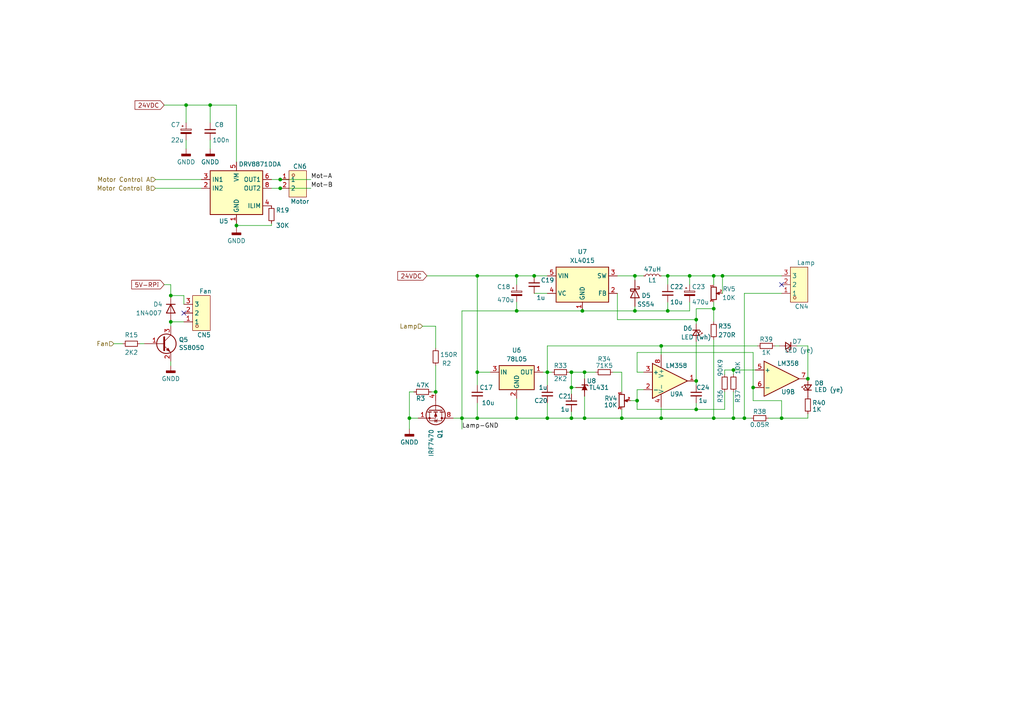
<source format=kicad_sch>
(kicad_sch (version 20230121) (generator eeschema)
  (paper "A4")
  (lib_symbols
    (symbol "Amplifier_Operational:LM358" (pin_names (offset 0.127))
      (property "Reference" "U" (at 0 5.08 0))
      (property "Value" "LM358" (at 0 -5.08 0))
      (symbol "LM358_1_1"
        (polyline (pts (xy -5.08 5.08) (xy 5.08 0) (xy -5.08 -5.08) (xy -5.08 5.08)) (stroke (width 0.254)) (fill (type background)))
        (pin output line (at 7.62 0 180) (length 2.54) (name "~") (number "1"))
        (pin input line (at -7.62 -2.54 0) (length 2.54) (name "-") (number "2"))
        (pin input line (at -7.62 2.54 0) (length 2.54) (name "+") (number "3"))
      )
      (symbol "LM358_2_1"
        (polyline (pts (xy -5.08 5.08) (xy 5.08 0) (xy -5.08 -5.08) (xy -5.08 5.08)) (stroke (width 0.254)) (fill (type background)))
        (pin input line (at -7.62 2.54 0) (length 2.54) (name "+") (number "5"))
        (pin input line (at -7.62 -2.54 0) (length 2.54) (name "-") (number "6"))
        (pin output line (at 7.62 0 180) (length 2.54) (name "~") (number "7"))
      )
      (symbol "LM358_3_1"
        (pin power_in line (at -2.54 -7.62 90) (length 3.81) (name "V-") (number "4"))
        (pin power_in line (at -2.54 7.62 270) (length 3.81) (name "V+") (number "8"))
      )
    )
    (symbol "Device:C_Polarized_Small" (pin_numbers hide) (pin_names (offset 0.254) hide)
      (property "Reference" "C" (at 0.254 1.778 0))
      (property "Value" "C_Polarized_Small" (at 0.254 -2.032 0))
      (symbol "C_Polarized_Small_0_1"
        (rectangle (start -1.524 -0.3048) (end 1.524 -0.6858) (fill (type outline)))
        (rectangle (start -1.524 0.6858) (end 1.524 0.3048))
        (polyline (pts (xy -1.27 1.524) (xy -0.762 1.524)))
        (polyline (pts (xy -1.016 1.27) (xy -1.016 1.778)))
      )
      (symbol "C_Polarized_Small_1_1"
        (pin passive line (at 0 2.54 270) (length 1.8542) (name "~") (number "1"))
        (pin passive line (at 0 -2.54 90) (length 1.8542) (name "~") (number "2"))
      )
    )
    (symbol "Device:C_Small" (pin_numbers hide) (pin_names (offset 0.254) hide)
      (property "Reference" "C" (at 0.254 1.778 0))
      (property "Value" "C_Small" (at 0.254 -2.032 0))
      (symbol "C_Small_0_1"
        (polyline (pts (xy -1.524 -0.508) (xy 1.524 -0.508)) (stroke (width 0.3302)))
        (polyline (pts (xy -1.524 0.508) (xy 1.524 0.508)) (stroke (width 0.3048)))
      )
      (symbol "C_Small_1_1"
        (pin passive line (at 0 2.54 270) (length 2.032) (name "~") (number "1"))
        (pin passive line (at 0 -2.54 90) (length 2.032) (name "~") (number "2"))
      )
    )
    (symbol "Device:D_Schottky" (pin_numbers hide) (pin_names (offset 1.016) hide)
      (property "Reference" "D" (at 0 2.54 0))
      (property "Value" "D_Schottky" (at 0 -2.54 0))
      (symbol "D_Schottky_0_1"
        (polyline (pts (xy 1.27 0) (xy -1.27 0)))
        (polyline (pts (xy 1.27 1.27) (xy 1.27 -1.27) (xy -1.27 0) (xy 1.27 1.27)) (stroke (width 0.254)))
        (polyline (pts (xy -1.905 0.635) (xy -1.905 1.27) (xy -1.27 1.27) (xy -1.27 -1.27) (xy -0.635 -1.27) (xy -0.635 -0.635)) (stroke (width 0.254)))
      )
      (symbol "D_Schottky_1_1"
        (pin passive line (at -3.81 0 0) (length 2.54) (name "K") (number "1"))
        (pin passive line (at 3.81 0 180) (length 2.54) (name "A") (number "2"))
      )
    )
    (symbol "Device:LED_Small" (pin_numbers hide) (pin_names (offset 0.254) hide)
      (property "Reference" "D" (at -1.27 3.175 0))
      (property "Value" "LED_Small" (at -4.445 -2.54 0))
      (symbol "LED_Small_0_1"
        (polyline (pts (xy -0.762 -1.016) (xy -0.762 1.016)) (stroke (width 0.254)))
        (polyline (pts (xy 1.016 0) (xy -0.762 0)))
        (polyline (pts (xy 0.762 -1.016) (xy -0.762 0) (xy 0.762 1.016) (xy 0.762 -1.016)) (stroke (width 0.254)))
        (polyline (pts (xy 0 0.762) (xy -0.508 1.27) (xy -0.254 1.27) (xy -0.508 1.27) (xy -0.508 1.016)))
        (polyline (pts (xy 0.508 1.27) (xy 0 1.778) (xy 0.254 1.778) (xy 0 1.778) (xy 0 1.524)))
      )
      (symbol "LED_Small_1_1"
        (pin passive line (at -2.54 0 0) (length 1.778) (name "K") (number "1"))
        (pin passive line (at 2.54 0 180) (length 1.778) (name "A") (number "2"))
      )
    )
    (symbol "Device:L_Small" (pin_numbers hide) (pin_names (offset 0.254) hide)
      (property "Reference" "L" (at 0.762 1.016 0))
      (property "Value" "L_Small" (at 0.762 -1.016 0))
      (symbol "L_Small_0_1"
        (arc (start 0 -2.032) (mid 0.5058 -1.524) (end 0 -1.016))
        (arc (start 0 -1.016) (mid 0.5058 -0.508) (end 0 0))
        (arc (start 0 0) (mid 0.5058 0.508) (end 0 1.016))
        (arc (start 0 1.016) (mid 0.5058 1.524) (end 0 2.032))
      )
      (symbol "L_Small_1_1"
        (pin passive line (at 0 2.54 270) (length 0.508) (name "~") (number "1"))
        (pin passive line (at 0 -2.54 90) (length 0.508) (name "~") (number "2"))
      )
    )
    (symbol "Device:R_Potentiometer_Small" (pin_names (offset 1.016) hide)
      (property "Reference" "RV" (at -4.445 0 90))
      (property "Value" "R_Potentiometer_Small" (at -2.54 0 90))
      (symbol "R_Potentiometer_Small_0_1"
        (polyline (pts (xy 0.889 0) (xy 0.635 0) (xy 1.651 0.381) (xy 1.651 -0.381) (xy 0.635 0) (xy 0.889 0)) (fill (type outline)))
        (rectangle (start 0.762 1.8034) (end -0.762 -1.8034) (stroke (width 0.254)))
      )
      (symbol "R_Potentiometer_Small_1_1"
        (pin passive line (at 0 2.54 270) (length 0.635) (name "1") (number "1"))
        (pin passive line (at 2.54 0 180) (length 0.9906) (name "2") (number "2"))
        (pin passive line (at 0 -2.54 90) (length 0.635) (name "3") (number "3"))
      )
    )
    (symbol "Device:R_Small" (pin_numbers hide) (pin_names (offset 0.254) hide)
      (property "Reference" "R" (at 0.762 0.508 0))
      (property "Value" "R_Small" (at 0.762 -1.016 0))
      (symbol "R_Small_0_1"
        (rectangle (start -0.762 1.778) (end 0.762 -1.778) (stroke (width 0.2032)))
      )
      (symbol "R_Small_1_1"
        (pin passive line (at 0 2.54 270) (length 0.762) (name "~") (number "1"))
        (pin passive line (at 0 -2.54 90) (length 0.762) (name "~") (number "2"))
      )
    )
    (symbol "Diode:1N4001" (pin_numbers hide) (pin_names hide)
      (property "Reference" "D" (at 0 2.54 0))
      (property "Value" "1N4001" (at 0 -2.54 0))
      (symbol "1N4001_0_1"
        (polyline (pts (xy -1.27 1.27) (xy -1.27 -1.27)) (stroke (width 0.254)))
        (polyline (pts (xy 1.27 0) (xy -1.27 0)))
        (polyline (pts (xy 1.27 1.27) (xy 1.27 -1.27) (xy -1.27 0) (xy 1.27 1.27)) (stroke (width 0.254)))
      )
      (symbol "1N4001_1_1"
        (pin passive line (at -3.81 0 0) (length 2.54) (name "K") (number "1"))
        (pin passive line (at 3.81 0 180) (length 2.54) (name "A") (number "2"))
      )
    )
    (symbol "Driver_Motor:DRV8871DDA"
      (property "Reference" "U" (at -6.35 6.35 0))
      (property "Value" "DRV8871DDA" (at 8.89 6.35 0))
      (symbol "DRV8871DDA_0_1"
        (rectangle (start -7.62 5.08) (end 7.62 -7.62) (stroke (width 0.254)) (fill (type background)))
      )
      (symbol "DRV8871DDA_1_1"
        (pin power_in line (at 0 -10.16 90) (length 2.54) (name "GND") (number "1"))
        (pin input line (at -10.16 0 0) (length 2.54) (name "IN2") (number "2"))
        (pin input line (at -10.16 2.54 0) (length 2.54) (name "IN1") (number "3"))
        (pin passive line (at 10.16 -5.08 180) (length 2.54) (name "ILIM") (number "4"))
        (pin power_in line (at 0 7.62 270) (length 2.54) (name "VM") (number "5"))
        (pin output line (at 10.16 2.54 180) (length 2.54) (name "OUT1") (number "6"))
        (pin passive line (at 0 -10.16 90) (length 2.54) hide (name "GND") (number "7"))
        (pin output line (at 10.16 0 180) (length 2.54) (name "OUT2") (number "8"))
        (pin passive line (at 0 -10.16 90) (length 2.54) hide (name "GND") (number "9"))
      )
    )
    (symbol "Reference_Voltage:TL431DBZ" (pin_numbers hide) (pin_names hide)
      (property "Reference" "U" (at -2.54 2.54 0))
      (property "Value" "TL431DBZ" (at 0 -2.54 0))
      (symbol "TL431DBZ_0_1"
        (polyline (pts (xy -1.27 0) (xy 0 0) (xy 1.27 0)))
        (polyline (pts (xy -0.762 0.762) (xy 0.762 0) (xy -0.762 -0.762)) (fill (type outline)))
        (polyline (pts (xy 0.508 -1.016) (xy 0.762 -0.762) (xy 0.762 0.762) (xy 0.762 0.762)) (stroke (width 0.254)))
      )
      (symbol "TL431DBZ_1_1"
        (pin passive line (at 2.54 0 180) (length 2.54) (name "K") (number "1"))
        (pin passive line (at 0 2.54 270) (length 2.54) (name "REF") (number "2"))
        (pin passive line (at -2.54 0 0) (length 2.54) (name "A") (number "3"))
      )
    )
    (symbol "Regulator_Linear:L78L05_SOT89" (pin_names (offset 0.254))
      (property "Reference" "U" (at -3.81 3.175 0))
      (property "Value" "L78L05_SOT89" (at -0.635 3.175 0))
      (symbol "L78L05_SOT89_0_1"
        (rectangle (start -5.08 1.905) (end 5.08 -5.08) (stroke (width 0.254)) (fill (type background)))
      )
      (symbol "L78L05_SOT89_1_1"
        (pin power_out line (at 7.62 0 180) (length 2.54) (name "OUT") (number "1"))
        (pin power_in line (at 0 -7.62 90) (length 2.54) (name "GND") (number "2"))
        (pin power_in line (at -7.62 0 0) (length 2.54) (name "IN") (number "3"))
      )
    )
    (symbol "Regulator_Switching:XL4015"
      (property "Reference" "U?" (at -6.35 6.35 0))
      (property "Value" "XL4015" (at 6.35 6.35 0))
      (symbol "XL4015_0_1"
        (rectangle (start -7.62 5.08) (end 7.62 -5.08) (stroke (width 0.254)) (fill (type background)))
      )
      (symbol "XL4015_1_1"
        (pin power_in line (at 0 -7.62 90) (length 2.54) (name "GND") (number "1"))
        (pin input line (at 10.16 -2.54 180) (length 2.54) (name "FB") (number "2"))
        (pin power_out line (at 10.16 2.54 180) (length 2.54) (name "SW") (number "3"))
        (pin input line (at -10.16 -2.54 0) (length 2.54) (name "VC") (number "4"))
        (pin power_in line (at -10.16 2.54 0) (length 2.54) (name "VIN") (number "5"))
      )
    )
    (symbol "Transistor_BJT:BC847" (pin_names (offset 0) hide)
      (property "Reference" "Q" (at 5.08 1.905 0))
      (property "Value" "BC847" (at 5.08 0 0))
      (symbol "BC847_0_1"
        (polyline (pts (xy 0.635 0.635) (xy 2.54 2.54)))
        (polyline (pts (xy 0.635 -0.635) (xy 2.54 -2.54) (xy 2.54 -2.54)))
        (polyline (pts (xy 0.635 1.905) (xy 0.635 -1.905) (xy 0.635 -1.905)) (stroke (width 0.508)))
        (polyline (pts (xy 1.27 -1.778) (xy 1.778 -1.27) (xy 2.286 -2.286) (xy 1.27 -1.778) (xy 1.27 -1.778)) (fill (type outline)))
        (circle (center 1.27 0) (radius 2.8194) (stroke (width 0.254)))
      )
      (symbol "BC847_1_1"
        (pin input line (at -5.08 0 0) (length 5.715) (name "B") (number "1"))
        (pin passive line (at 2.54 -5.08 90) (length 2.54) (name "E") (number "2"))
        (pin passive line (at 2.54 5.08 270) (length 2.54) (name "C") (number "3"))
      )
    )
    (symbol "Transistor_FET:IRF7403" (pin_names hide)
      (property "Reference" "Q" (at 5.08 2.54 0))
      (property "Value" "IRF7403" (at 5.08 0 0))
      (symbol "IRF7403_0_1"
        (polyline (pts (xy 0.254 0) (xy -2.54 0)))
        (polyline (pts (xy 0.254 1.905) (xy 0.254 -1.905)) (stroke (width 0.254)))
        (polyline (pts (xy 0.762 -1.27) (xy 0.762 -2.286)) (stroke (width 0.254)))
        (polyline (pts (xy 0.762 0.508) (xy 0.762 -0.508)) (stroke (width 0.254)))
        (polyline (pts (xy 0.762 2.286) (xy 0.762 1.27)) (stroke (width 0.254)))
        (polyline (pts (xy 2.54 2.54) (xy 2.54 1.778)))
        (polyline (pts (xy 2.54 -2.54) (xy 2.54 0) (xy 0.762 0)))
        (polyline (pts (xy 0.762 -1.778) (xy 3.302 -1.778) (xy 3.302 1.778) (xy 0.762 1.778)))
        (polyline (pts (xy 1.016 0) (xy 2.032 0.381) (xy 2.032 -0.381) (xy 1.016 0)) (fill (type outline)))
        (polyline (pts (xy 2.794 0.508) (xy 2.921 0.381) (xy 3.683 0.381) (xy 3.81 0.254)))
        (polyline (pts (xy 3.302 0.381) (xy 2.921 -0.254) (xy 3.683 -0.254) (xy 3.302 0.381)))
        (circle (center 1.651 0) (radius 2.794) (stroke (width 0.254)))
        (circle (center 2.54 -1.778) (radius 0.254) (fill (type outline)))
        (circle (center 2.54 1.778) (radius 0.254) (fill (type outline)))
      )
      (symbol "IRF7403_1_1"
        (pin passive line (at 2.54 -5.08 90) (length 2.54) (name "S") (number "1"))
        (pin passive line (at 2.54 -5.08 90) (length 2.54) hide (name "S") (number "2"))
        (pin passive line (at 2.54 -5.08 90) (length 2.54) hide (name "S") (number "3"))
        (pin input line (at -5.08 0 0) (length 2.54) (name "G") (number "4"))
        (pin passive line (at 2.54 5.08 270) (length 2.54) hide (name "D") (number "5"))
        (pin passive line (at 2.54 5.08 270) (length 2.54) hide (name "D") (number "6"))
        (pin passive line (at 2.54 5.08 270) (length 2.54) hide (name "D") (number "7"))
        (pin passive line (at 2.54 5.08 270) (length 2.54) (name "D") (number "8"))
      )
    )
    (symbol "easyeda2kicad:KF141R-2.54-3P"
      (property "Reference" "CN" (at 0 7.62 0))
      (property "Value" "KF141R-2.54-3P" (at 0 -7.62 0))
      (symbol "KF141R-2.54-3P_0_1"
        (rectangle (start -2.54 5.08) (end 2.54 -5.08) (fill (type background)))
        (circle (center -1.27 3.81) (radius 0.38))
        (pin passive line (at -5.08 2.54 0) (length 2.54) (name "1") (number "1"))
        (pin passive line (at -5.08 0 0) (length 2.54) (name "2") (number "2"))
        (pin passive line (at -5.08 -2.54 0) (length 2.54) (name "3") (number "3"))
      )
    )
    (symbol "easyeda2kicad:KF142R-5.08-2P"
      (property "Reference" "CN" (at 0 6.35 0))
      (property "Value" "KF142R-5.08-2P" (at 0 -6.35 0))
      (symbol "KF142R-5.08-2P_0_1"
        (rectangle (start -2.54 3.81) (end 2.54 -3.81) (fill (type background)))
        (circle (center -1.27 2.54) (radius 0.38))
        (pin passive line (at -5.08 1.27 0) (length 2.54) (name "1") (number "1"))
        (pin passive line (at -5.08 -1.27 0) (length 2.54) (name "2") (number "2"))
      )
    )
    (symbol "power:GNDD" (power) (pin_names (offset 0))
      (property "Value" "GNDD" (at 0 -3.175 0))
      (symbol "GNDD_0_1"
        (rectangle (start -1.27 -1.524) (end 1.27 -2.032) (stroke (width 0.254)) (fill (type outline)))
        (polyline (pts (xy 0 0) (xy 0 -1.524)))
      )
      (symbol "GNDD_1_1"
        (pin power_in line (at 0 0 270) (length 0) hide (name "GNDD") (number "1"))
      )
    )
  )
  (junction (at 81.28 54.61))
  (junction (at 215.9 121.285))
  (junction (at 201.93 110.49))
  (junction (at 184.15 90.17))
  (junction (at 165.735 107.95))
  (junction (at 158.75 107.95))
  (junction (at 184.15 80.01))
  (junction (at 200.025 80.01))
  (junction (at 207.01 121.285))
  (junction (at 168.91 90.17))
  (junction (at 165.735 112.395))
  (junction (at 68.58 65.405))
  (junction (at 191.77 121.285))
  (junction (at 191.77 100.33))
  (junction (at 184.785 116.205))
  (junction (at 212.725 107.315))
  (junction (at 169.545 107.95))
  (junction (at 138.43 121.285))
  (junction (at 226.695 121.285))
  (junction (at 133.985 121.285))
  (junction (at 180.34 121.285))
  (junction (at 149.86 121.285))
  (junction (at 138.43 80.01))
  (junction (at 149.86 90.17))
  (junction (at 193.675 80.01))
  (junction (at 154.94 80.01))
  (junction (at 60.96 30.48))
  (junction (at 158.75 121.285))
  (junction (at 209.55 80.01))
  (junction (at 201.93 118.745))
  (junction (at 193.675 90.17))
  (junction (at 234.315 109.855))
  (junction (at 149.86 80.01))
  (junction (at 165.735 121.285))
  (junction (at 207.01 80.01))
  (junction (at 207.01 89.535))
  (junction (at 201.93 92.71))
  (junction (at 81.28 52.07))
  (junction (at 169.545 121.285))
  (junction (at 126.365 113.665))
  (junction (at 49.53 93.345))
  (junction (at 212.725 121.285))
  (junction (at 118.745 121.285))
  (junction (at 218.44 112.395))
  (junction (at 49.53 85.725))
  (junction (at 53.975 30.48))
  (junction (at 138.43 107.95))
  (no_connect (at 226.695 82.55))
  (no_connect (at 53.34 90.805))
  (wire (pts (xy 158.75 107.95) (xy 160.02 107.95)))
  (wire (pts (xy 209.55 80.01) (xy 226.695 80.01)))
  (wire (pts (xy 210.185 108.585) (xy 210.185 107.315)))
  (wire (pts (xy 209.55 80.01) (xy 207.01 80.01)))
  (wire (pts (xy 193.675 90.17) (xy 193.675 87.63)))
  (wire (pts (xy 49.53 82.55) (xy 47.625 82.55)))
  (wire (pts (xy 200.025 80.01) (xy 193.675 80.01)))
  (wire (pts (xy 179.07 85.09) (xy 179.07 92.71)))
  (wire (pts (xy 165.735 112.395) (xy 167.005 112.395)))
  (wire (pts (xy 191.77 118.11) (xy 191.77 121.285)))
  (wire (pts (xy 207.01 121.285) (xy 212.725 121.285)))
  (wire (pts (xy 201.93 118.745) (xy 210.185 118.745)))
  (wire (pts (xy 179.07 80.01) (xy 184.15 80.01)))
  (wire (pts (xy 201.93 92.71) (xy 201.93 93.98)))
  (wire (pts (xy 179.07 92.71) (xy 201.93 92.71)))
  (wire (pts (xy 207.01 98.425) (xy 207.01 121.285)))
  (wire (pts (xy 184.15 80.01) (xy 186.69 80.01)))
  (wire (pts (xy 212.725 121.285) (xy 215.9 121.285)))
  (wire (pts (xy 78.74 52.07) (xy 81.28 52.07)))
  (wire (pts (xy 201.93 89.535) (xy 207.01 89.535)))
  (wire (pts (xy 81.28 52.07) (xy 90.17 52.07)))
  (wire (pts (xy 165.735 119.38) (xy 165.735 121.285)))
  (wire (pts (xy 68.58 65.405) (xy 68.58 64.77)))
  (wire (pts (xy 121.285 121.285) (xy 118.745 121.285)))
  (wire (pts (xy 81.28 54.61) (xy 90.17 54.61)))
  (wire (pts (xy 149.86 90.17) (xy 133.985 90.17)))
  (wire (pts (xy 207.01 82.55) (xy 207.01 80.01)))
  (wire (pts (xy 68.58 66.04) (xy 68.58 65.405)))
  (wire (pts (xy 215.9 121.285) (xy 215.9 85.09)))
  (wire (pts (xy 186.69 107.95) (xy 184.785 107.95)))
  (wire (pts (xy 200.025 82.55) (xy 200.025 80.01)))
  (wire (pts (xy 226.695 121.285) (xy 222.885 121.285)))
  (wire (pts (xy 60.96 30.48) (xy 60.96 35.56)))
  (wire (pts (xy 78.74 54.61) (xy 81.28 54.61)))
  (wire (pts (xy 40.64 99.695) (xy 41.91 99.695)))
  (wire (pts (xy 149.86 115.57) (xy 149.86 121.285)))
  (wire (pts (xy 138.43 107.95) (xy 142.24 107.95)))
  (wire (pts (xy 154.94 85.09) (xy 158.75 85.09)))
  (wire (pts (xy 184.785 113.03) (xy 186.69 113.03)))
  (wire (pts (xy 149.86 80.01) (xy 138.43 80.01)))
  (wire (pts (xy 180.34 118.745) (xy 180.34 121.285)))
  (wire (pts (xy 200.025 90.17) (xy 200.025 87.63)))
  (wire (pts (xy 149.86 90.17) (xy 168.91 90.17)))
  (wire (pts (xy 165.735 121.285) (xy 158.75 121.285)))
  (wire (pts (xy 165.735 107.95) (xy 169.545 107.95)))
  (wire (pts (xy 207.01 89.535) (xy 207.01 93.345)))
  (wire (pts (xy 210.185 107.315) (xy 212.725 107.315)))
  (wire (pts (xy 212.725 107.315) (xy 219.075 107.315)))
  (wire (pts (xy 118.745 113.665) (xy 120.015 113.665)))
  (wire (pts (xy 53.975 30.48) (xy 53.975 35.56)))
  (wire (pts (xy 201.93 110.49) (xy 201.93 111.76)))
  (wire (pts (xy 53.34 85.725) (xy 53.34 88.265)))
  (wire (pts (xy 126.365 106.045) (xy 126.365 113.665)))
  (wire (pts (xy 126.365 113.665) (xy 125.095 113.665)))
  (wire (pts (xy 49.53 93.345) (xy 53.34 93.345)))
  (wire (pts (xy 184.15 88.9) (xy 184.15 90.17)))
  (wire (pts (xy 234.315 100.33) (xy 234.315 109.855)))
  (wire (pts (xy 218.44 112.395) (xy 219.075 112.395)))
  (wire (pts (xy 165.735 107.95) (xy 165.735 112.395)))
  (wire (pts (xy 207.01 121.285) (xy 191.77 121.285)))
  (wire (pts (xy 149.86 82.55) (xy 149.86 80.01)))
  (wire (pts (xy 180.34 121.285) (xy 169.545 121.285)))
  (wire (pts (xy 45.085 54.61) (xy 58.42 54.61)))
  (wire (pts (xy 169.545 107.95) (xy 169.545 109.855)))
  (wire (pts (xy 49.53 93.345) (xy 49.53 94.615)))
  (wire (pts (xy 218.44 102.235) (xy 218.44 112.395)))
  (wire (pts (xy 191.77 121.285) (xy 180.34 121.285)))
  (wire (pts (xy 184.785 107.95) (xy 184.785 102.235)))
  (wire (pts (xy 184.785 102.235) (xy 218.44 102.235)))
  (wire (pts (xy 193.675 82.55) (xy 193.675 80.01)))
  (wire (pts (xy 180.34 107.95) (xy 180.34 113.665)))
  (wire (pts (xy 207.01 80.01) (xy 200.025 80.01)))
  (wire (pts (xy 184.785 118.745) (xy 184.785 116.205)))
  (wire (pts (xy 158.75 100.33) (xy 191.77 100.33)))
  (wire (pts (xy 209.55 85.09) (xy 209.55 80.01)))
  (wire (pts (xy 184.15 81.28) (xy 184.15 80.01)))
  (wire (pts (xy 184.785 116.205) (xy 184.785 113.03)))
  (wire (pts (xy 123.825 80.01) (xy 138.43 80.01)))
  (wire (pts (xy 191.77 80.01) (xy 193.675 80.01)))
  (wire (pts (xy 234.315 121.285) (xy 226.695 121.285)))
  (wire (pts (xy 53.975 43.18) (xy 53.975 40.64)))
  (wire (pts (xy 78.74 65.405) (xy 78.74 64.77)))
  (wire (pts (xy 149.86 80.01) (xy 154.94 80.01)))
  (wire (pts (xy 215.9 85.09) (xy 226.695 85.09)))
  (wire (pts (xy 231.14 100.33) (xy 234.315 100.33)))
  (wire (pts (xy 68.58 46.99) (xy 68.58 30.48)))
  (wire (pts (xy 169.545 114.935) (xy 169.545 121.285)))
  (wire (pts (xy 165.735 112.395) (xy 165.735 114.3)))
  (wire (pts (xy 60.96 43.18) (xy 60.96 40.64)))
  (wire (pts (xy 138.43 80.01) (xy 138.43 107.95)))
  (wire (pts (xy 53.975 30.48) (xy 60.96 30.48)))
  (wire (pts (xy 201.93 92.71) (xy 201.93 89.535)))
  (wire (pts (xy 210.185 113.665) (xy 210.185 118.745)))
  (wire (pts (xy 191.77 100.33) (xy 191.77 102.87)))
  (wire (pts (xy 182.88 116.205) (xy 184.785 116.205)))
  (wire (pts (xy 184.15 90.17) (xy 168.91 90.17)))
  (wire (pts (xy 158.75 107.95) (xy 158.75 111.76)))
  (wire (pts (xy 201.93 116.84) (xy 201.93 118.745)))
  (wire (pts (xy 169.545 107.95) (xy 172.72 107.95)))
  (wire (pts (xy 157.48 107.95) (xy 158.75 107.95)))
  (wire (pts (xy 226.695 116.205) (xy 226.695 121.285)))
  (wire (pts (xy 149.86 87.63) (xy 149.86 90.17)))
  (wire (pts (xy 201.93 118.745) (xy 184.785 118.745)))
  (wire (pts (xy 158.75 107.95) (xy 158.75 100.33)))
  (wire (pts (xy 215.9 121.285) (xy 217.805 121.285)))
  (wire (pts (xy 165.735 121.285) (xy 169.545 121.285)))
  (wire (pts (xy 138.43 116.84) (xy 138.43 121.285)))
  (wire (pts (xy 49.53 85.725) (xy 53.34 85.725)))
  (wire (pts (xy 47.625 30.48) (xy 53.975 30.48)))
  (wire (pts (xy 212.725 107.315) (xy 212.725 108.585)))
  (wire (pts (xy 224.79 100.33) (xy 226.06 100.33)))
  (wire (pts (xy 133.985 121.285) (xy 138.43 121.285)))
  (wire (pts (xy 219.71 100.33) (xy 191.77 100.33)))
  (wire (pts (xy 154.94 80.01) (xy 158.75 80.01)))
  (wire (pts (xy 122.555 94.615) (xy 126.365 94.615)))
  (wire (pts (xy 33.02 99.695) (xy 35.56 99.695)))
  (wire (pts (xy 60.96 30.48) (xy 68.58 30.48)))
  (wire (pts (xy 218.44 112.395) (xy 218.44 116.205)))
  (wire (pts (xy 138.43 121.285) (xy 149.86 121.285)))
  (wire (pts (xy 49.53 104.775) (xy 49.53 106.045)))
  (wire (pts (xy 218.44 116.205) (xy 226.695 116.205)))
  (wire (pts (xy 201.93 99.06) (xy 201.93 110.49)))
  (wire (pts (xy 193.675 90.17) (xy 200.025 90.17)))
  (wire (pts (xy 177.8 107.95) (xy 180.34 107.95)))
  (wire (pts (xy 49.53 82.55) (xy 49.53 85.725)))
  (wire (pts (xy 131.445 121.285) (xy 133.985 121.285)))
  (wire (pts (xy 138.43 111.76) (xy 138.43 107.95)))
  (wire (pts (xy 118.745 124.46) (xy 118.745 121.285)))
  (wire (pts (xy 165.1 107.95) (xy 165.735 107.95)))
  (wire (pts (xy 45.085 52.07) (xy 58.42 52.07)))
  (wire (pts (xy 133.985 90.17) (xy 133.985 121.285)))
  (wire (pts (xy 184.15 90.17) (xy 193.675 90.17)))
  (wire (pts (xy 118.745 113.665) (xy 118.745 121.285)))
  (wire (pts (xy 149.86 121.285) (xy 158.75 121.285)))
  (wire (pts (xy 234.315 120.015) (xy 234.315 121.285)))
  (wire (pts (xy 207.01 87.63) (xy 207.01 89.535)))
  (wire (pts (xy 68.58 65.405) (xy 78.74 65.405)))
  (wire (pts (xy 133.985 121.285) (xy 133.985 124.46)))
  (wire (pts (xy 158.75 121.285) (xy 158.75 116.84)))
  (wire (pts (xy 126.365 94.615) (xy 126.365 100.965)))
  (wire (pts (xy 212.725 113.665) (xy 212.725 121.285)))
  (label "Lamp-GND" (at 133.985 124.46 0))
  (label "Mot-B" (at 90.17 54.61 0))
  (label "Mot-A" (at 90.17 52.07 0))
  (global_label "5V-RPi" (shape input) (at 47.625 82.55 180) (property "Intersheetrefs" "${INTERSHEET_REFS}" (effects hide)))
  (global_label "24VDC" (shape input) (at 47.625 30.48 180) (property "Intersheetrefs" "${INTERSHEET_REFS}" (effects hide)))
  (global_label "24VDC" (shape input) (at 123.825 80.01 180) (property "Intersheetrefs" "${INTERSHEET_REFS}" (effects hide)))
  (hierarchical_label "Motor Control B" (shape input) (at 45.085 54.61 180))
  (hierarchical_label "Lamp" (shape input) (at 122.555 94.615 180))
  (hierarchical_label "Fan" (shape input) (at 33.02 99.695 180))
  (hierarchical_label "Motor Control A" (shape input) (at 45.085 52.07 180))
  (symbol (lib_id "Device:C_Polarized_Small") (at 200.025 85.09 0) (unit 1)
    (property "Reference" "C23" (at 200.66 83.185 0) (effects (justify left)))
    (property "Value" "470u" (at 200.66 87.63 0) (effects (justify left)))
    (property "Footprint" "easyeda2kicad:CAP-SMD_BD12.5-L13.0-W13.0-RD" (effects hide))
    (property "Datasheet" "https://datasheet.lcsc.com/lcsc/2208091830_ROQANG-RVT1H471M1213_C90272.pdf" (effects hide))
    (property "LCSC" "C90272" (effects hide))
    (property "Inventory" "E" (effects hide))
  )
  (symbol (lib_id "Device:R_Small") (at 126.365 103.505 180) (unit 1)
    (property "Reference" "R2" (at 129.54 105.41 0))
    (property "Value" "150R" (at 130.175 102.87 0))
    (property "Footprint" "Resistor_SMD:R_0805_2012Metric" (effects hide))
    (property "LCSC" "C17471" (effects hide))
    (property "Inventory" "B" (effects hide))
    (instances (project "scan-controller-kicad" (path "" (reference "R2") (unit 1)) (path "" (reference "R32") (unit 1))))
  )
  (symbol (lib_id "Device:R_Small") (at 78.74 62.23 0) (unit 1)
    (property "Reference" "R19" (at 80.01 60.96 0) (effects (justify left)))
    (property "Value" "30K" (at 80.01 65.405 0) (effects (justify left)))
    (property "Footprint" "Resistor_SMD:R_0805_2012Metric" (effects hide))
    (property "LCSC" "C17621" (effects hide))
    (property "Inventory" "B" (effects hide))
    (instances (project "scan-controller-kicad" (path "" (reference "R19") (unit 1)) (path "" (reference "R30") (unit 1))))
  )
  (symbol (lib_id "power:GNDD") (at 118.745 124.46 0) (unit 1)
    (property "Reference" "#PWR05" (effects hide))
    (property "Value" "GNDD" (at 118.745 128.27 0))
    (instances (project "scan-controller-kicad" (path "" (reference "#PWR05") (unit 1)) (path "" (reference "#PWR032") (unit 1))))
  )
  (symbol (lib_id "easyeda2kicad:KF141R-2.54-3P") (at 58.42 90.805 0) (mirror x) (unit 1)
    (property "Reference" "CN5" (at 57.15 97.155 0) (effects (justify left)))
    (property "Value" "Fan" (at 57.785 84.455 0) (effects (justify left)))
    (property "Footprint" "easyeda2kicad:CONN-TH_3P-P2.54_KF141R-2.54-3P" (effects hide))
    (property "Datasheet" "https://lcsc.com/product-detail/New-Quadratic-Unclassified-Data_Cixi-Kefa-Elec-KF141R-2-54-3P_C475125.html" (effects hide))
    (property "LCSC" "C475125" (effects hide))
    (instances (project "scan-controller-kicad" (path "" (reference "CN5") (unit 1)) (path "" (reference "CN4") (unit 1))))
  )
  (symbol (lib_id "Device:C_Small") (at 193.675 85.09 0) (unit 1)
    (property "Reference" "C22" (at 194.31 83.185 0) (effects (justify left)))
    (property "Value" "10u" (at 194.31 87.63 0) (effects (justify left)))
    (property "Footprint" "Capacitor_SMD:C_0805_2012Metric" (effects hide))
    (property "Datasheet" "https://datasheet.lcsc.com/lcsc/2310251059_Murata-Electronics-GRM21BR61H106KE43L_C440198.pdf" (effects hide))
    (property "LCSC" "C440198" (effects hide))
    (property "Inventory" "B" (effects hide))
  )
  (symbol (lib_id "Device:C_Small") (at 138.43 114.3 0) (unit 1)
    (property "Reference" "C17" (at 139.065 112.395 0) (effects (justify left)))
    (property "Value" "10u" (at 139.7 116.84 0) (effects (justify left)))
    (property "Footprint" "Capacitor_SMD:C_0805_2012Metric" (effects hide))
    (property "Datasheet" "https://datasheet.lcsc.com/lcsc/2304140030_Samsung-Electro-Mechanics-CL21A106KAYNNNE_C15850.pdf" (effects hide))
    (property "LCSC" "C15850" (effects hide))
    (property "Inventory" "B" (effects hide))
  )
  (symbol (lib_id "Device:R_Small") (at 122.555 113.665 270) (unit 1)
    (property "Reference" "R3" (at 120.65 115.57 90) (effects (justify left)))
    (property "Value" "47K" (at 120.65 111.76 90) (effects (justify left)))
    (property "Footprint" "Resistor_SMD:R_0805_2012Metric" (effects hide))
    (property "LCSC" "C17713" (effects hide))
    (property "Inventory" "B" (effects hide))
    (instances (project "scan-controller-kicad" (path "" (reference "R3") (unit 1)) (path "" (reference "R31") (unit 1))))
  )
  (symbol (lib_id "Device:D_Schottky") (at 184.15 85.09 270) (unit 1)
    (property "Reference" "D5" (at 186.055 85.725 90) (effects (justify left)))
    (property "Value" "SS54" (at 184.785 88.265 90) (effects (justify left)))
    (property "Footprint" "Diode_SMD:D_SMA" (effects hide))
    (property "Datasheet" "https://datasheet.lcsc.com/lcsc/2303141100_MDD-Microdiode-Electronics--SS54_C22452.pdf" (effects hide))
    (property "LCSC" "C22452" (effects hide))
    (property "Inventory" "B" (effects hide))
  )
  (symbol (lib_id "power:GNDD") (at 49.53 106.045 0) (unit 1)
    (property "Reference" "#PWR022" (effects hide))
    (property "Value" "GNDD" (at 49.53 109.855 0))
    (instances (project "scan-controller-kicad" (path "" (reference "#PWR022") (unit 1)) (path "" (reference "#PWR028") (unit 1))))
  )
  (symbol (lib_id "Device:LED_Small") (at 228.6 100.33 180) (unit 1)
    (property "Reference" "D7" (at 231.14 99.06 0))
    (property "Value" "LED (ye)" (at 231.775 101.6 0))
    (property "Footprint" "LED_SMD:LED_0805_2012Metric" (effects hide))
    (property "Datasheet" "https://datasheet.lcsc.com/lcsc/1806151129_Hubei-KENTO-Elec-KT-0805Y_C2296.pdf" (effects hide))
    (property "LCSC" "C2296" (effects hide))
    (property "Inventory" "B" (effects hide))
  )
  (symbol (lib_id "Device:R_Small") (at 162.56 107.95 90) (unit 1)
    (property "Reference" "R33" (at 162.56 106.045 90))
    (property "Value" "2K2" (at 162.56 109.855 90))
    (property "Footprint" "Resistor_SMD:R_0805_2012Metric" (effects hide))
    (property "Inventory" "B" (effects hide))
    (property "LCSC" "C17520" (effects hide))
  )
  (symbol (lib_id "Device:R_Small") (at 38.1 99.695 270) (unit 1)
    (property "Reference" "R15" (at 38.1 97.155 90))
    (property "Value" "2K2" (at 38.1 102.235 90))
    (property "Footprint" "Resistor_SMD:R_0805_2012Metric" (effects hide))
    (property "LCSC" "C17520" (effects hide))
    (property "Inventory" "B" (effects hide))
    (instances (project "scan-controller-kicad" (path "" (reference "R15") (unit 1)) (path "" (reference "R29") (unit 1))))
  )
  (symbol (lib_id "Device:R_Small") (at 212.725 111.125 180) (unit 1)
    (property "Reference" "R37" (at 213.995 114.935 90))
    (property "Value" "10K" (at 213.995 106.68 90))
    (property "Footprint" "Resistor_SMD:R_0805_2012Metric" (effects hide))
    (property "Inventory" "B" (effects hide))
    (property "LCSC" "C17414" (effects hide))
  )
  (symbol (lib_id "Driver_Motor:DRV8871DDA") (at 68.58 54.61 0) (unit 1)
    (property "Reference" "U5" (at 63.5 64.135 0) (effects (justify left)))
    (property "Value" "DRV8871DDA" (at 69.215 47.625 0) (effects (justify left)))
    (property "Footprint" "Package_SO:Texas_HTSOP-8-1EP_3.9x4.9mm_P1.27mm_EP2.95x4.9mm_Mask2.4x3.1mm_ThermalVias" (effects hide))
    (property "Datasheet" "http://www.ti.com/lit/ds/symlink/drv8871.pdf" (effects hide))
    (property "LCSC" "C75864" (effects hide))
    (property "Inventory" "E" (effects hide))
  )
  (symbol (lib_id "Device:R_Potentiometer_Small") (at 207.01 85.09 0) (unit 1)
    (property "Reference" "RV5" (at 213.36 83.82 0) (effects (justify right)))
    (property "Value" "10K" (at 213.36 86.36 0) (effects (justify right)))
    (property "Footprint" "easyeda2kicad:RES-ADJ-TH_3P-L10.0-W10.0-P2.50-L" (effects hide))
    (property "Datasheet" "https://datasheet.lcsc.com/lcsc/1811071811_BOCHEN-Chengdu-Guosheng-Tech-3296W-1-103_C118954.pdf" (effects hide))
    (property "Inventory" "E" (effects hide))
    (property "LCSC" "C118954" (effects hide))
  )
  (symbol (lib_id "Reference_Voltage:TL431DBZ") (at 169.545 112.395 90) (unit 1)
    (property "Reference" "U8" (at 170.18 110.49 90) (effects (justify right)))
    (property "Value" "TL431" (at 170.815 112.395 90) (effects (justify right)))
    (property "Footprint" "Package_TO_SOT_SMD:SOT-23" (effects hide))
    (property "Datasheet" "http://www.ti.com/lit/ds/symlink/tl431.pdf" (effects hide))
    (property "Inventory" "E" (effects hide))
    (property "LCSC" "C181103" (effects hide))
  )
  (symbol (lib_id "Device:R_Potentiometer_Small") (at 180.34 116.205 0) (unit 1)
    (property "Reference" "RV4" (at 179.07 115.57 0) (effects (justify right)))
    (property "Value" "10K" (at 179.07 117.475 0) (effects (justify right)))
    (property "Footprint" "easyeda2kicad:RES-ADJ-TH_3P-L10.0-W10.0-P2.50-L" (effects hide))
    (property "Datasheet" "https://datasheet.lcsc.com/lcsc/1811071811_BOCHEN-Chengdu-Guosheng-Tech-3296W-1-103_C118954.pdf" (effects hide))
    (property "Inventory" "E" (effects hide))
    (property "LCSC" "C118954" (effects hide))
  )
  (symbol (lib_id "Transistor_BJT:BC847") (at 46.99 99.695 0) (unit 1)
    (property "Reference" "Q5" (at 51.8414 98.5266 0) (effects (justify left)))
    (property "Value" "SS8050" (at 51.8414 100.838 0) (effects (justify left)))
    (property "Footprint" "Package_TO_SOT_SMD:SOT-23" (effects hide))
    (property "Datasheet" "https://datasheet.lcsc.com/lcsc/2303221100_Jiangsu-Changjing-Electronics-Technology-Co---Ltd--SS8050_C2150.pdf" (effects hide))
    (property "LCSC" "C2150" (effects hide))
    (property "Inventory" "B" (effects hide))
    (instances (project "scan-controller-kicad" (path "" (reference "Q5") (unit 1)) (path "" (reference "Q6") (unit 1))))
  )
  (symbol (lib_id "Amplifier_Operational:LM358") (at 194.31 110.49 0) (unit 1)
    (property "Reference" "U9" (at 196.215 114.3 0))
    (property "Value" "LM358" (at 196.215 106.045 0))
    (property "Footprint" "Package_SO:SOIC-8_3.9x4.9mm_P1.27mm" (effects hide))
    (property "Datasheet" "https://datasheet.lcsc.com/lcsc/2304140030_onsemi-LM358DR2G_C7950.pdf" (effects hide))
    (property "Inventory" "B" (effects hide))
    (property "LCSC" "C7950" (effects hide))
  )
  (symbol (lib_id "Device:C_Polarized_Small") (at 53.975 38.1 0) (unit 1)
    (property "Reference" "C7" (at 49.53 36.195 0) (effects (justify left)))
    (property "Value" "22u" (at 49.53 40.64 0) (effects (justify left)))
    (property "Footprint" "Capacitor_SMD:CP_Elec_6.3x7.7" (effects hide))
    (property "Datasheet" "https://datasheet.lcsc.com/lcsc/2202251830_ROQANG-RT1J220M0607_C267472.pdf" (effects hide))
    (property "LCSC" "C267472" (effects hide))
    (property "Inventory" "E" (effects hide))
    (instances (project "scan-controller-kicad" (path "" (reference "C7") (unit 1)) (path "" (reference "C15") (unit 1))))
  )
  (symbol (lib_id "Device:C_Small") (at 60.96 38.1 0) (unit 1)
    (property "Reference" "C8" (at 62.23 36.195 0) (effects (justify left)))
    (property "Value" "100n" (at 61.595 40.64 0) (effects (justify left)))
    (property "Footprint" "Capacitor_SMD:C_0805_2012Metric" (effects hide))
    (property "Datasheet" "https://datasheet.lcsc.com/lcsc/2304140030_Samsung-Electro-Mechanics-CL21B104KCFNNNE_C28233.pdf" (effects hide))
    (property "LCSC" "C28233" (effects hide))
    (property "Inventory" "B" (effects hide))
    (instances (project "scan-controller-kicad" (path "" (reference "C8") (unit 1)) (path "" (reference "C16") (unit 1))))
  )
  (symbol (lib_id "Amplifier_Operational:LM358") (at 226.695 109.855 0) (unit 2)
    (property "Reference" "U9" (at 228.6 113.665 0))
    (property "Value" "LM358" (at 228.6 105.41 0))
    (property "Footprint" "Package_SO:SOIC-8_3.9x4.9mm_P1.27mm" (effects hide))
    (property "Datasheet" "https://datasheet.lcsc.com/lcsc/2304140030_onsemi-LM358DR2G_C7950.pdf" (effects hide))
    (property "Inventory" "B" (effects hide))
    (property "LCSC" "C7950" (effects hide))
  )
  (symbol (lib_id "Device:C_Polarized_Small") (at 149.86 85.09 0) (unit 1)
    (property "Reference" "C18" (at 144.145 83.185 0) (effects (justify left)))
    (property "Value" "470u" (at 144.145 86.995 0) (effects (justify left)))
    (property "Footprint" "easyeda2kicad:CAP-SMD_BD12.5-L13.0-W13.0-RD" (effects hide))
    (property "Datasheet" "https://datasheet.lcsc.com/lcsc/2208091830_ROQANG-RVT1H471M1213_C90272.pdf" (effects hide))
    (property "LCSC" "C90272" (effects hide))
    (property "Inventory" "E" (effects hide))
  )
  (symbol (lib_id "Device:LED_Small") (at 234.315 112.395 90) (unit 1)
    (property "Reference" "D8" (at 236.22 111.125 90) (effects (justify right)))
    (property "Value" "LED (ye)" (at 236.22 113.03 90) (effects (justify right)))
    (property "Footprint" "LED_SMD:LED_0805_2012Metric" (effects hide))
    (property "Datasheet" "https://datasheet.lcsc.com/lcsc/1806151129_Hubei-KENTO-Elec-KT-0805Y_C2296.pdf" (effects hide))
    (property "LCSC" "C2296" (effects hide))
    (property "Inventory" "B" (effects hide))
  )
  (symbol (lib_id "Device:R_Small") (at 207.01 95.885 0) (unit 1)
    (property "Reference" "R35" (at 208.28 94.615 0) (effects (justify left)))
    (property "Value" "270R" (at 208.28 97.155 0) (effects (justify left)))
    (property "Footprint" "Resistor_SMD:R_0805_2012Metric" (effects hide))
    (property "Inventory" "E" (effects hide))
    (property "LCSC" "C137558" (effects hide))
  )
  (symbol (lib_id "Device:LED_Small") (at 201.93 96.52 270) (unit 1)
    (property "Reference" "D6" (at 198.12 95.25 90) (effects (justify left)))
    (property "Value" "LED (wh)" (at 197.485 97.79 90) (effects (justify left)))
    (property "Footprint" "LED_SMD:LED_0805_2012Metric" (effects hide))
    (property "Datasheet" "https://datasheet.lcsc.com/lcsc/2305091500_Hubei-KENTO-Elec-KT-0805W_C34499.pdf" (effects hide))
    (property "LCSC" "C34499" (effects hide))
    (property "Inventory" "B" (effects hide))
  )
  (symbol (lib_id "easyeda2kicad:KF141R-2.54-3P") (at 231.775 82.55 0) (mirror x) (unit 1)
    (property "Reference" "CN4" (at 230.505 88.9 0) (effects (justify left)))
    (property "Value" "Lamp" (at 231.14 76.2 0) (effects (justify left)))
    (property "Footprint" "easyeda2kicad:CONN-TH_3P-P2.54_KF141R-2.54-3P" (effects hide))
    (property "Datasheet" "https://lcsc.com/product-detail/New-Quadratic-Unclassified-Data_Cixi-Kefa-Elec-KF141R-2-54-3P_C475125.html" (effects hide))
    (property "LCSC" "C475125" (effects hide))
    (instances (project "scan-controller-kicad" (path "" (reference "CN4") (unit 1)) (path "" (reference "CN6") (unit 1))))
  )
  (symbol (lib_id "power:GNDD") (at 60.96 43.18 0) (unit 1)
    (property "Reference" "#PWR025" (effects hide))
    (property "Value" "GNDD" (at 60.96 46.99 0))
    (instances (project "scan-controller-kicad" (path "" (reference "#PWR025") (unit 1)) (path "" (reference "#PWR030") (unit 1))))
  )
  (symbol (lib_id "Device:R_Small") (at 234.315 117.475 180) (unit 1)
    (property "Reference" "R40" (at 235.585 116.84 0) (effects (justify right)))
    (property "Value" "1K" (at 235.585 118.745 0) (effects (justify right)))
    (property "Footprint" "Resistor_SMD:R_0805_2012Metric" (effects hide))
    (property "Inventory" "B" (effects hide))
    (property "LCSC" "C17513" (effects hide))
  )
  (symbol (lib_id "Device:L_Small") (at 189.23 80.01 90) (unit 1)
    (property "Reference" "L1" (at 189.23 81.28 90))
    (property "Value" "47uH" (at 189.23 78.105 90))
    (property "Footprint" "easyeda2kicad:IND-SMD_L13.8-W12.6_YSPI13XX" (effects hide))
    (property "Datasheet" "https://datasheet.lcsc.com/lcsc/2308011153_YJYCOIN-YSPI1365-470M_C497913.pdf" (effects hide))
    (property "Inventory" "E" (effects hide))
    (property "LCSC" "C497913" (effects hide))
  )
  (symbol (lib_id "Diode:1N4001") (at 49.53 89.535 270) (unit 1)
    (property "Reference" "D4" (at 44.45 88.265 90) (effects (justify left)))
    (property "Value" "1N4007" (at 39.37 90.805 90) (effects (justify left)))
    (property "Footprint" "Diode_SMD:D_SOD-123F" (effects hide))
    (property "Sim.Device" "D" (effects hide))
    (property "Sim.Pins" "1=K 2=A" (effects hide))
    (property "LCSC" "C64898" (effects hide))
    (property "Inventory" "B" (effects hide))
  )
  (symbol (lib_id "Device:R_Small") (at 175.26 107.95 90) (unit 1)
    (property "Reference" "R34" (at 175.26 104.14 90))
    (property "Value" "71K5" (at 175.26 106.045 90))
    (property "Footprint" "Resistor_SMD:R_0805_2012Metric" (effects hide))
    (property "Inventory" "E" (effects hide))
    (property "LCSC" "C101850" (effects hide))
  )
  (symbol (lib_id "Device:C_Small") (at 201.93 114.3 0) (unit 1)
    (property "Reference" "C24" (at 201.93 112.395 0) (effects (justify left)))
    (property "Value" "1u" (at 202.565 116.205 0) (effects (justify left)))
    (property "Footprint" "Capacitor_SMD:C_0805_2012Metric" (effects hide))
    (property "Datasheet" "https://datasheet.lcsc.com/lcsc/2304140030_Samsung-Electro-Mechanics-CL21B105KBFNNNE_C28323.pdf" (effects hide))
    (property "LCSC" "C28323" (effects hide))
    (property "Inventory" "B" (effects hide))
  )
  (symbol (lib_id "Transistor_FET:IRF7403") (at 126.365 118.745 270) (unit 1)
    (property "Reference" "Q1" (at 127.635 124.46 0) (effects (justify left)))
    (property "Value" "IRF7470" (at 125.095 124.46 0) (effects (justify left)))
    (property "Footprint" "Package_SO:SOIC-8_3.9x4.9mm_P1.27mm" (effects hide))
    (property "Datasheet" "https://datasheet.lcsc.com/lcsc/1912111437_Infineon-Technologies-IRF7470TRPBF_C386356.pdf" (effects hide))
    (property "LCSC" "C693168" (effects hide))
    (property "Inventory" "E" (effects hide))
    (instances (project "scan-controller-kicad" (path "" (reference "Q1") (unit 1)) (path "" (reference "Q7") (unit 1))))
  )
  (symbol (lib_id "Device:R_Small") (at 220.345 121.285 90) (unit 1)
    (property "Reference" "R38" (at 220.345 119.38 90))
    (property "Value" "0.05R" (at 220.345 123.19 90))
    (property "Footprint" "Resistor_SMD:R_2512_6332Metric" (effects hide))
    (property "Datasheet" "https://datasheet.lcsc.com/lcsc/2304140030_UNI-ROYAL-Uniroyal-Elec-25121WF500MT4E_C127698.pdf" (effects hide))
    (property "Inventory" "E" (effects hide))
    (property "LCSC" "C127698" (effects hide))
  )
  (symbol (lib_id "Regulator_Switching:XL4015") (at 168.91 82.55 0) (unit 1)
    (property "Reference" "U7" (at 168.91 73.025 0))
    (property "Value" "XL4015" (at 168.91 75.565 0))
    (property "Footprint" "Package_TO_SOT_SMD:TO-263-5_TabPin3" (effects hide))
    (property "Datasheet" "http://www.xlsemi.net/datasheet/XL4015%20datasheet-English.pdf" (effects hide))
    (property "Inventory" "E" (effects hide))
    (property "LCSC" "C51661" (effects hide))
  )
  (symbol (lib_id "power:GNDD") (at 53.975 43.18 0) (unit 1)
    (property "Reference" "#PWR023" (effects hide))
    (property "Value" "GNDD" (at 53.975 46.99 0))
    (instances (project "scan-controller-kicad" (path "" (reference "#PWR023") (unit 1)) (path "" (reference "#PWR029") (unit 1))))
  )
  (symbol (lib_id "Device:C_Small") (at 165.735 116.84 0) (unit 1)
    (property "Reference" "C21" (at 161.925 114.935 0) (effects (justify left)))
    (property "Value" "1u" (at 162.56 118.745 0) (effects (justify left)))
    (property "Footprint" "Capacitor_SMD:C_0805_2012Metric" (effects hide))
    (property "Datasheet" "https://datasheet.lcsc.com/lcsc/2304140030_Samsung-Electro-Mechanics-CL21B105KBFNNNE_C28323.pdf" (effects hide))
    (property "LCSC" "C28323" (effects hide))
    (property "Inventory" "B" (effects hide))
  )
  (symbol (lib_id "easyeda2kicad:KF142R-5.08-2P") (at 86.36 53.34 0) (unit 1)
    (property "Reference" "CN6" (at 86.995 48.26 0))
    (property "Value" "Motor" (at 86.995 58.42 0))
    (property "Footprint" "easyeda2kicad:CONN-TH_2P-P5.08_KF142R-5.08-2P" (effects hide))
    (property "Datasheet" "https://lcsc.com/product-detail/New-Quadratic-Unclassified-Data_Cixi-Kefa-Elec-KF142R-5-08-2P_C475144.html" (effects hide))
    (property "LCSC" "C475144" (effects hide))
    (instances (project "scan-controller-kicad" (path "" (reference "CN6") (unit 1)) (path "" (reference "CN5") (unit 1))))
  )
  (symbol (lib_id "Device:R_Small") (at 222.25 100.33 90) (unit 1)
    (property "Reference" "R39" (at 222.25 98.425 90))
    (property "Value" "1K" (at 222.25 102.235 90))
    (property "Footprint" "Resistor_SMD:R_0805_2012Metric" (effects hide))
    (property "Inventory" "B" (effects hide))
    (property "LCSC" "C17513" (effects hide))
  )
  (symbol (lib_id "Amplifier_Operational:LM358") (at 194.31 110.49 0) (unit 3)
    (property "Reference" "U9" (effects hide))
    (property "Value" "LM358" (effects hide))
    (property "Footprint" "Package_SO:SOIC-8_3.9x4.9mm_P1.27mm" (effects hide))
    (property "Datasheet" "https://datasheet.lcsc.com/lcsc/2304140030_onsemi-LM358DR2G_C7950.pdf" (effects hide))
    (property "Inventory" "B" (effects hide))
    (property "LCSC" "C7950" (effects hide))
  )
  (symbol (lib_id "Regulator_Linear:L78L05_SOT89") (at 149.86 107.95 0) (unit 1)
    (property "Reference" "U6" (at 149.86 101.6 0))
    (property "Value" "78L05" (at 149.86 104.14 0))
    (property "Footprint" "Package_TO_SOT_SMD:SOT-89-3" (effects hide))
    (property "Datasheet" "http://www.st.com/content/ccc/resource/technical/document/datasheet/15/55/e5/aa/23/5b/43/fd/CD00000446.pdf/files/CD00000446.pdf/jcr:content/translations/en.CD00000446.pdf" (effects hide))
    (property "Inventory" "B" (effects hide))
    (property "LCSC" "C71136" (effects hide))
  )
  (symbol (lib_id "Device:C_Small") (at 154.94 82.55 0) (unit 1)
    (property "Reference" "C19" (at 156.845 81.28 0) (effects (justify left)))
    (property "Value" "1u" (at 155.575 86.36 0) (effects (justify left)))
    (property "Footprint" "Capacitor_SMD:C_0805_2012Metric" (effects hide))
    (property "Datasheet" "https://datasheet.lcsc.com/lcsc/2304140030_Samsung-Electro-Mechanics-CL21B105KBFNNNE_C28323.pdf" (effects hide))
    (property "LCSC" "C28323" (effects hide))
    (property "Inventory" "B" (effects hide))
  )
  (symbol (lib_id "Device:R_Small") (at 210.185 111.125 180) (unit 1)
    (property "Reference" "R36" (at 208.915 114.935 90))
    (property "Value" "90K9" (at 208.915 106.68 90))
    (property "Footprint" "Resistor_SMD:R_0805_2012Metric" (effects hide))
    (property "Inventory" "E" (effects hide))
    (property "LCSC" "C229044" (effects hide))
  )
  (symbol (lib_id "power:GNDD") (at 68.58 66.04 0) (unit 1)
    (property "Reference" "#PWR030" (effects hide))
    (property "Value" "GNDD" (at 68.58 69.85 0))
    (instances (project "scan-controller-kicad" (path "" (reference "#PWR030") (unit 1)) (path "" (reference "#PWR031") (unit 1))))
  )
  (symbol (lib_id "Device:C_Small") (at 158.75 114.3 0) (unit 1)
    (property "Reference" "C20" (at 154.94 116.205 0) (effects (justify left)))
    (property "Value" "1u" (at 156.21 112.395 0) (effects (justify left)))
    (property "Footprint" "Capacitor_SMD:C_0805_2012Metric" (effects hide))
    (property "Datasheet" "https://datasheet.lcsc.com/lcsc/2304140030_Samsung-Electro-Mechanics-CL21B105KBFNNNE_C28323.pdf" (effects hide))
    (property "LCSC" "C28323" (effects hide))
    (property "Inventory" "B" (effects hide))
  )
)
</source>
